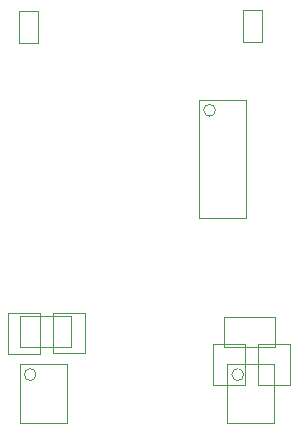
<source format=gbr>
%TF.GenerationSoftware,Altium Limited,Altium Designer,24.3.1 (35)*%
G04 Layer_Color=16711935*
%FSLAX43Y43*%
%MOMM*%
%TF.SameCoordinates,9DAA59CA-406A-4E62-98C5-13318CB5E6F2*%
%TF.FilePolarity,Positive*%
%TF.FileFunction,Other,Mechanical_13*%
%TF.Part,Single*%
G01*
G75*
%TA.AperFunction,NonConductor*%
%ADD67C,0.100*%
D67*
X35214Y35596D02*
G03*
X35214Y35596I-500J0D01*
G01*
X20025Y13208D02*
G03*
X20025Y13208I-500J0D01*
G01*
X37602D02*
G03*
X37602Y13208I-500J0D01*
G01*
X33814Y26496D02*
X37814D01*
X33814Y36496D02*
X37814D01*
Y26496D02*
Y36496D01*
X33814Y26496D02*
Y36496D01*
X18625Y9108D02*
Y14108D01*
X22625Y9108D02*
Y14108D01*
X18625D02*
X22625D01*
X18625Y9108D02*
X22625D01*
X35925Y15512D02*
X40225D01*
Y18117D01*
X35925Y15512D02*
Y18117D01*
X40225D01*
X18653Y18143D02*
X22953D01*
X18653Y15538D02*
Y18143D01*
X22953Y15538D02*
Y18143D01*
X18653Y15538D02*
X22953D01*
X20324Y14988D02*
Y18388D01*
X17624Y14988D02*
Y18388D01*
Y14988D02*
X20324D01*
X17624Y18388D02*
X20324D01*
X24134Y15013D02*
Y18413D01*
X21434Y15013D02*
Y18413D01*
Y15013D02*
X24134D01*
X21434Y18413D02*
X24134D01*
X37697Y12372D02*
Y15772D01*
X34997Y12372D02*
Y15772D01*
Y12372D02*
X37697D01*
X34997Y15772D02*
X37697D01*
X41558Y12372D02*
Y15772D01*
X38858Y12372D02*
Y15772D01*
Y12372D02*
X41558D01*
X38858Y15772D02*
X41558D01*
X36202Y9108D02*
X40202D01*
X36202Y14108D02*
X40202D01*
Y9108D02*
Y14108D01*
X36202Y9108D02*
Y14108D01*
X18605Y41322D02*
X20155D01*
X18605Y44022D02*
X20155D01*
X18605Y41322D02*
Y44022D01*
X20155Y41322D02*
Y44022D01*
X37579Y41347D02*
X39129D01*
X37579Y44047D02*
X39129D01*
X37579Y41347D02*
Y44047D01*
X39129Y41347D02*
Y44047D01*
%TF.MD5,7b20d3d0f4b0c519b223ed63f00d6414*%
M02*

</source>
